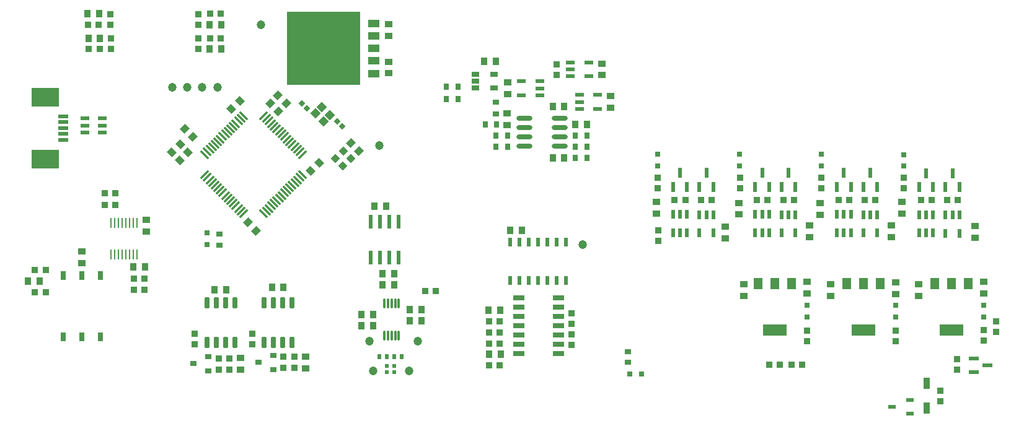
<source format=gtp>
G04*
G04 #@! TF.GenerationSoftware,Altium Limited,Altium Designer,22.0.2 (36)*
G04*
G04 Layer_Color=8421504*
%FSLAX25Y25*%
%MOIN*%
G70*
G04*
G04 #@! TF.SameCoordinates,341058C5-BC88-46A7-A5D1-CF329328C8C1*
G04*
G04*
G04 #@! TF.FilePolarity,Positive*
G04*
G01*
G75*
%ADD21R,0.03740X0.03740*%
%ADD22R,0.03740X0.03740*%
%ADD23R,0.04724X0.02362*%
%ADD24R,0.14961X0.09843*%
%ADD25R,0.05512X0.01968*%
%ADD26R,0.02362X0.02756*%
G04:AMPARAMS|DCode=27|XSize=39.37mil|YSize=37.4mil|CornerRadius=0mil|HoleSize=0mil|Usage=FLASHONLY|Rotation=225.000|XOffset=0mil|YOffset=0mil|HoleType=Round|Shape=Rectangle|*
%AMROTATEDRECTD27*
4,1,4,0.00070,0.02714,0.02714,0.00070,-0.00070,-0.02714,-0.02714,-0.00070,0.00070,0.02714,0.0*
%
%ADD27ROTATEDRECTD27*%

%ADD28C,0.04724*%
%ADD29R,0.04921X0.02362*%
%ADD30R,0.04724X0.02362*%
%ADD31O,0.08661X0.02362*%
G04:AMPARAMS|DCode=32|XSize=43.31mil|YSize=23.62mil|CornerRadius=2.01mil|HoleSize=0mil|Usage=FLASHONLY|Rotation=0.000|XOffset=0mil|YOffset=0mil|HoleType=Round|Shape=RoundedRectangle|*
%AMROUNDEDRECTD32*
21,1,0.04331,0.01961,0,0,0.0*
21,1,0.03929,0.02362,0,0,0.0*
1,1,0.00402,0.01965,-0.00980*
1,1,0.00402,-0.01965,-0.00980*
1,1,0.00402,-0.01965,0.00980*
1,1,0.00402,0.01965,0.00980*
%
%ADD32ROUNDEDRECTD32*%
%ADD33R,0.03150X0.03740*%
%ADD34R,0.03740X0.03150*%
%ADD35R,0.03740X0.03937*%
%ADD36R,0.03937X0.03740*%
%ADD37R,0.05906X0.04213*%
%ADD38R,0.39370X0.39370*%
%ADD39R,0.02362X0.04724*%
%ADD40P,0.05289X4X270.0*%
%ADD41O,0.01181X0.05709*%
%ADD42R,0.01100X0.05500*%
%ADD43P,0.05568X4X180.0*%
G04:AMPARAMS|DCode=44|XSize=23.62mil|YSize=27.56mil|CornerRadius=0mil|HoleSize=0mil|Usage=FLASHONLY|Rotation=135.000|XOffset=0mil|YOffset=0mil|HoleType=Round|Shape=Rectangle|*
%AMROTATEDRECTD44*
4,1,4,0.01810,0.00139,-0.00139,-0.01810,-0.01810,-0.00139,0.00139,0.01810,0.01810,0.00139,0.0*
%
%ADD44ROTATEDRECTD44*%

G04:AMPARAMS|DCode=45|XSize=39.37mil|YSize=37.4mil|CornerRadius=0mil|HoleSize=0mil|Usage=FLASHONLY|Rotation=135.000|XOffset=0mil|YOffset=0mil|HoleType=Round|Shape=Rectangle|*
%AMROTATEDRECTD45*
4,1,4,0.02714,-0.00070,0.00070,-0.02714,-0.02714,0.00070,-0.00070,0.02714,0.02714,-0.00070,0.0*
%
%ADD45ROTATEDRECTD45*%

%ADD46R,0.02953X0.03150*%
%ADD47R,0.03543X0.02756*%
G04:AMPARAMS|DCode=48|XSize=23.62mil|YSize=57.09mil|CornerRadius=2.01mil|HoleSize=0mil|Usage=FLASHONLY|Rotation=0.000|XOffset=0mil|YOffset=0mil|HoleType=Round|Shape=RoundedRectangle|*
%AMROUNDEDRECTD48*
21,1,0.02362,0.05307,0,0,0.0*
21,1,0.01961,0.05709,0,0,0.0*
1,1,0.00402,0.00980,-0.02653*
1,1,0.00402,-0.00980,-0.02653*
1,1,0.00402,-0.00980,0.02653*
1,1,0.00402,0.00980,0.02653*
%
%ADD48ROUNDEDRECTD48*%
%ADD49R,0.03543X0.03150*%
G04:AMPARAMS|DCode=50|XSize=59.06mil|YSize=11.81mil|CornerRadius=0mil|HoleSize=0mil|Usage=FLASHONLY|Rotation=135.000|XOffset=0mil|YOffset=0mil|HoleType=Round|Shape=Rectangle|*
%AMROTATEDRECTD50*
4,1,4,0.02506,-0.01670,0.01670,-0.02506,-0.02506,0.01670,-0.01670,0.02506,0.02506,-0.01670,0.0*
%
%ADD50ROTATEDRECTD50*%

G04:AMPARAMS|DCode=51|XSize=59.06mil|YSize=11.81mil|CornerRadius=0mil|HoleSize=0mil|Usage=FLASHONLY|Rotation=45.000|XOffset=0mil|YOffset=0mil|HoleType=Round|Shape=Rectangle|*
%AMROTATEDRECTD51*
4,1,4,-0.01670,-0.02506,-0.02506,-0.01670,0.01670,0.02506,0.02506,0.01670,-0.01670,-0.02506,0.0*
%
%ADD51ROTATEDRECTD51*%

%ADD52R,0.02992X0.05000*%
%ADD53R,0.12992X0.06299*%
%ADD54R,0.04724X0.06299*%
%ADD55R,0.03150X0.02953*%
%ADD56R,0.02100X0.07800*%
%ADD57R,0.02165X0.02165*%
G04:AMPARAMS|DCode=58|XSize=21.65mil|YSize=49.21mil|CornerRadius=1.95mil|HoleSize=0mil|Usage=FLASHONLY|Rotation=180.000|XOffset=0mil|YOffset=0mil|HoleType=Round|Shape=RoundedRectangle|*
%AMROUNDEDRECTD58*
21,1,0.02165,0.04532,0,0,180.0*
21,1,0.01776,0.04921,0,0,180.0*
1,1,0.00390,-0.00888,0.02266*
1,1,0.00390,0.00888,0.02266*
1,1,0.00390,0.00888,-0.02266*
1,1,0.00390,-0.00888,-0.02266*
%
%ADD58ROUNDEDRECTD58*%
%ADD59R,0.06004X0.02559*%
%ADD60R,0.05512X0.02362*%
%ADD61R,0.02362X0.04921*%
%ADD62R,0.02362X0.05512*%
%ADD63R,0.03937X0.02362*%
%ADD64R,0.03347X0.06299*%
D21*
X431791Y137008D02*
D03*
Y142717D02*
D03*
X343799Y136909D02*
D03*
Y142618D02*
D03*
X476083Y136909D02*
D03*
Y142618D02*
D03*
X387992Y137008D02*
D03*
Y142717D02*
D03*
X495965Y22343D02*
D03*
Y28051D02*
D03*
X525787Y65256D02*
D03*
Y59547D02*
D03*
X504921Y45030D02*
D03*
Y39321D02*
D03*
X344193Y114272D02*
D03*
Y108563D02*
D03*
X289370Y203642D02*
D03*
Y197933D02*
D03*
X49850Y217616D02*
D03*
Y211907D02*
D03*
X49456Y224899D02*
D03*
Y230608D02*
D03*
X96850Y217616D02*
D03*
Y211907D02*
D03*
Y224899D02*
D03*
Y230608D02*
D03*
X94882Y58465D02*
D03*
Y52756D02*
D03*
X125886Y58465D02*
D03*
Y52756D02*
D03*
X471752Y54626D02*
D03*
Y60335D02*
D03*
X424114Y54626D02*
D03*
Y60335D02*
D03*
X519095Y54823D02*
D03*
Y60532D02*
D03*
X297539Y63875D02*
D03*
Y69584D02*
D03*
Y52458D02*
D03*
Y58166D02*
D03*
D22*
X403642Y42028D02*
D03*
X409350D02*
D03*
X415650D02*
D03*
X421358D02*
D03*
X8957Y92913D02*
D03*
X14665D02*
D03*
X113484Y39272D02*
D03*
X107775D02*
D03*
X113484Y45374D02*
D03*
X107775D02*
D03*
X224410Y81693D02*
D03*
X218701D02*
D03*
X46457Y128051D02*
D03*
X52165D02*
D03*
X142618Y46161D02*
D03*
X148327D02*
D03*
X142618Y40059D02*
D03*
X148327Y40059D02*
D03*
X62008Y88287D02*
D03*
X67716D02*
D03*
Y82185D02*
D03*
X62008D02*
D03*
X14665Y80905D02*
D03*
X8957D02*
D03*
X52165Y134153D02*
D03*
X46457D02*
D03*
X103005Y230903D02*
D03*
X108713D02*
D03*
X43255Y224801D02*
D03*
X37547D02*
D03*
X43649Y211809D02*
D03*
X37940D02*
D03*
X103005Y217714D02*
D03*
X108713D02*
D03*
X455217Y130709D02*
D03*
X460925D02*
D03*
X367126Y130709D02*
D03*
X372835D02*
D03*
X499508Y130610D02*
D03*
X505217D02*
D03*
X411319Y130704D02*
D03*
X417028D02*
D03*
X441043Y130709D02*
D03*
X446752D02*
D03*
X352953Y130709D02*
D03*
X358661D02*
D03*
X485335Y130610D02*
D03*
X491043D02*
D03*
X397146Y130704D02*
D03*
X402854D02*
D03*
X253150Y59249D02*
D03*
X258858D02*
D03*
X253150Y53344D02*
D03*
X258858D02*
D03*
X253150Y65155D02*
D03*
X258858D02*
D03*
X253150Y41532D02*
D03*
X258858D02*
D03*
D23*
X44980Y174409D02*
D03*
X35925D02*
D03*
Y170669D02*
D03*
X35925Y166929D02*
D03*
X44980Y170669D02*
D03*
Y166929D02*
D03*
D24*
X14569Y185775D02*
D03*
Y152704D02*
D03*
D25*
X24018Y162940D02*
D03*
Y166090D02*
D03*
Y169239D02*
D03*
Y172389D02*
D03*
Y175539D02*
D03*
D26*
X198130Y46063D02*
D03*
X194193D02*
D03*
X202067D02*
D03*
X206004D02*
D03*
D27*
X127756Y113976D02*
D03*
X123302Y118431D02*
D03*
X89370Y168969D02*
D03*
X93824Y164515D02*
D03*
X183293Y156865D02*
D03*
X178839Y161319D02*
D03*
X144065Y182433D02*
D03*
X139611Y186887D02*
D03*
X139820Y178188D02*
D03*
X135366Y182642D02*
D03*
D28*
X130610Y225000D02*
D03*
X107087Y191240D02*
D03*
X82677D02*
D03*
X90814D02*
D03*
X98950D02*
D03*
X193996Y159941D02*
D03*
X188681Y54429D02*
D03*
X210039Y38681D02*
D03*
X190847D02*
D03*
X214862Y54429D02*
D03*
X303445Y106595D02*
D03*
D29*
X301771Y187106D02*
D03*
Y183366D02*
D03*
Y179626D02*
D03*
X311614D02*
D03*
Y187106D02*
D03*
D30*
X296949Y204626D02*
D03*
Y200886D02*
D03*
Y197146D02*
D03*
X306791D02*
D03*
Y204626D02*
D03*
X280315Y186909D02*
D03*
Y190650D02*
D03*
Y194390D02*
D03*
X270472D02*
D03*
Y186909D02*
D03*
D31*
X291043Y159528D02*
D03*
Y164528D02*
D03*
Y169528D02*
D03*
Y174528D02*
D03*
X272145Y159528D02*
D03*
Y164528D02*
D03*
Y169528D02*
D03*
Y174528D02*
D03*
D32*
X255906Y198228D02*
D03*
Y190748D02*
D03*
X245669D02*
D03*
Y194488D02*
D03*
Y198228D02*
D03*
D33*
X305709Y153150D02*
D03*
X299409D02*
D03*
X299409Y159153D02*
D03*
X305709D02*
D03*
X305709Y165157D02*
D03*
X299409D02*
D03*
X256890D02*
D03*
X263189D02*
D03*
X230118Y185039D02*
D03*
X236417D02*
D03*
X230118Y191437D02*
D03*
X236417D02*
D03*
X263189Y159153D02*
D03*
X256890D02*
D03*
X257283Y171161D02*
D03*
X250984D02*
D03*
D34*
X256791Y183071D02*
D03*
Y176772D02*
D03*
D35*
X293602Y153150D02*
D03*
X287303D02*
D03*
X299409Y171161D02*
D03*
X305709D02*
D03*
X293602Y180807D02*
D03*
X287302D02*
D03*
X250591Y205118D02*
D03*
X256890D02*
D03*
X190748Y62795D02*
D03*
X184449D02*
D03*
X210531Y65453D02*
D03*
X216831D02*
D03*
X210531Y71457D02*
D03*
X216831D02*
D03*
X197933Y127067D02*
D03*
X191634D02*
D03*
X43944Y217714D02*
D03*
X37645D02*
D03*
X43550Y230903D02*
D03*
X37251D02*
D03*
X102709Y211809D02*
D03*
X109009Y211809D02*
D03*
X102709Y224801D02*
D03*
X109009Y224801D02*
D03*
X111909Y82284D02*
D03*
X105610D02*
D03*
X142618Y83661D02*
D03*
X136319D02*
D03*
X253051Y47441D02*
D03*
X259350D02*
D03*
X61713Y94390D02*
D03*
X68012D02*
D03*
X11417Y86910D02*
D03*
X5118D02*
D03*
X259154Y71161D02*
D03*
X252854D02*
D03*
X195866Y90945D02*
D03*
X202165D02*
D03*
X195866Y84842D02*
D03*
X202165D02*
D03*
X190748Y68799D02*
D03*
X184449D02*
D03*
X270768Y114367D02*
D03*
X264469D02*
D03*
D36*
X318504Y186516D02*
D03*
Y180217D02*
D03*
X263090Y187500D02*
D03*
Y193799D02*
D03*
X313681Y204035D02*
D03*
Y197736D02*
D03*
X262795Y170866D02*
D03*
Y177165D02*
D03*
X199016Y218996D02*
D03*
Y225295D02*
D03*
Y205020D02*
D03*
Y198721D02*
D03*
X425492Y116732D02*
D03*
Y110433D02*
D03*
X469587Y116831D02*
D03*
Y110531D02*
D03*
X34252Y102953D02*
D03*
Y96653D02*
D03*
X119488Y39272D02*
D03*
Y45571D02*
D03*
X154331Y39961D02*
D03*
Y46260D02*
D03*
X68799Y119882D02*
D03*
Y113583D02*
D03*
X471654Y80020D02*
D03*
Y86319D02*
D03*
X436894Y78756D02*
D03*
Y85055D02*
D03*
X424213Y80216D02*
D03*
Y86516D02*
D03*
X390256Y79035D02*
D03*
Y85335D02*
D03*
X518996Y80216D02*
D03*
Y86516D02*
D03*
X484138Y78756D02*
D03*
Y85055D02*
D03*
X431201Y128839D02*
D03*
Y122539D02*
D03*
X343209Y129429D02*
D03*
Y123130D02*
D03*
X475295Y129626D02*
D03*
Y123327D02*
D03*
X387303Y129035D02*
D03*
Y122736D02*
D03*
X380217Y109843D02*
D03*
Y116142D02*
D03*
X514567Y110335D02*
D03*
Y116634D02*
D03*
D37*
X191043Y205394D02*
D03*
Y198622D02*
D03*
Y212165D02*
D03*
X191043Y218937D02*
D03*
Y225709D02*
D03*
D38*
X164272Y212165D02*
D03*
D39*
X352067Y122736D02*
D03*
X355807D02*
D03*
X359547D02*
D03*
Y112894D02*
D03*
X355807D02*
D03*
X352067D02*
D03*
X396260Y122732D02*
D03*
X400000D02*
D03*
X403740D02*
D03*
Y112889D02*
D03*
X400000D02*
D03*
X396260D02*
D03*
X484449Y122638D02*
D03*
X488189D02*
D03*
X491929D02*
D03*
Y112795D02*
D03*
X488189D02*
D03*
X484449D02*
D03*
X440158Y122736D02*
D03*
X443898D02*
D03*
X447638D02*
D03*
Y112894D02*
D03*
X443898D02*
D03*
X440158D02*
D03*
D40*
X174453Y148775D02*
D03*
X170417Y152812D02*
D03*
X178692Y153001D02*
D03*
X174655Y157038D02*
D03*
D41*
X204626Y74902D02*
D03*
X202658D02*
D03*
X200689D02*
D03*
X198721D02*
D03*
X196752D02*
D03*
X204626Y57579D02*
D03*
X202658D02*
D03*
X200689D02*
D03*
X198721D02*
D03*
X196752D02*
D03*
D42*
X49896Y101144D02*
D03*
X51866D02*
D03*
X53836D02*
D03*
X55806D02*
D03*
X57776D02*
D03*
X59746D02*
D03*
X61716D02*
D03*
X63686D02*
D03*
Y118344D02*
D03*
X61716D02*
D03*
X59746D02*
D03*
X57776D02*
D03*
X55806D02*
D03*
X53836D02*
D03*
X51866D02*
D03*
X49896D02*
D03*
D43*
X167520Y176378D02*
D03*
X164040Y172898D02*
D03*
X163205Y180693D02*
D03*
X159725Y177213D02*
D03*
D44*
X155146Y179893D02*
D03*
X152362Y182677D02*
D03*
X174114Y170177D02*
D03*
X171330Y172961D02*
D03*
D45*
X86976Y160617D02*
D03*
X82522Y156163D02*
D03*
X91221Y156372D02*
D03*
X86767Y151918D02*
D03*
X114626Y179579D02*
D03*
X119080Y184034D02*
D03*
X157289Y146242D02*
D03*
X161743Y150697D02*
D03*
D46*
X101378Y112894D02*
D03*
X101378Y106595D02*
D03*
X471850Y67619D02*
D03*
Y73918D02*
D03*
X424213Y73917D02*
D03*
Y67618D02*
D03*
X519095Y67618D02*
D03*
Y73917D02*
D03*
X387894Y148814D02*
D03*
Y155114D02*
D03*
X476083Y148721D02*
D03*
Y155020D02*
D03*
X343701Y148819D02*
D03*
Y155118D02*
D03*
X431791Y148819D02*
D03*
Y155118D02*
D03*
D47*
X107972Y106201D02*
D03*
Y112106D02*
D03*
X327756Y49016D02*
D03*
Y43110D02*
D03*
D48*
X101358Y53839D02*
D03*
X106358D02*
D03*
X111358D02*
D03*
X116358D02*
D03*
X101358Y75295D02*
D03*
X106358D02*
D03*
X111358D02*
D03*
X116358D02*
D03*
X132264Y53839D02*
D03*
X137264D02*
D03*
X142264D02*
D03*
X147264D02*
D03*
X132264Y75295D02*
D03*
X137264D02*
D03*
X142264D02*
D03*
X147264D02*
D03*
D49*
X94291Y42421D02*
D03*
X102165Y46161D02*
D03*
Y38681D02*
D03*
X137008Y39370D02*
D03*
Y46850D02*
D03*
X129134Y43110D02*
D03*
D50*
X152831Y144146D02*
D03*
X151439Y142754D02*
D03*
X150047Y141362D02*
D03*
X148655Y139970D02*
D03*
X147263Y138578D02*
D03*
X145871Y137186D02*
D03*
X144479Y135794D02*
D03*
X143087Y134403D02*
D03*
X141695Y133011D02*
D03*
X140304Y131619D02*
D03*
X138912Y130227D02*
D03*
X137520Y128835D02*
D03*
X136128Y127443D02*
D03*
X134736Y126051D02*
D03*
X133344Y124659D02*
D03*
X131952Y123267D02*
D03*
X100216Y155003D02*
D03*
X101608Y156395D02*
D03*
X102999Y157787D02*
D03*
X104391Y159179D02*
D03*
X105783Y160571D02*
D03*
X107175Y161963D02*
D03*
X108567Y163355D02*
D03*
X109959Y164747D02*
D03*
X111351Y166139D02*
D03*
X112743Y167531D02*
D03*
X114135Y168923D02*
D03*
X115527Y170315D02*
D03*
X116919Y171707D02*
D03*
X118311Y173099D02*
D03*
X119703Y174490D02*
D03*
X121095Y175882D02*
D03*
D51*
Y123267D02*
D03*
X119703Y124659D02*
D03*
X118311Y126051D02*
D03*
X116919Y127443D02*
D03*
X115527Y128835D02*
D03*
X114135Y130227D02*
D03*
X112743Y131619D02*
D03*
X111351Y133011D02*
D03*
X109959Y134403D02*
D03*
X108567Y135794D02*
D03*
X107175Y137186D02*
D03*
X105783Y138578D02*
D03*
X104391Y139970D02*
D03*
X102999Y141362D02*
D03*
X101608Y142754D02*
D03*
X100216Y144146D02*
D03*
X131952Y175882D02*
D03*
X133344Y174490D02*
D03*
X134736Y173099D02*
D03*
X136128Y171707D02*
D03*
X137520Y170315D02*
D03*
X138912Y168923D02*
D03*
X140304Y167531D02*
D03*
X141695Y166139D02*
D03*
X143087Y164747D02*
D03*
X144479Y163355D02*
D03*
X145871Y161963D02*
D03*
X147263Y160571D02*
D03*
X148655Y159179D02*
D03*
X150047Y157787D02*
D03*
X151439Y156395D02*
D03*
X152831Y155003D02*
D03*
D52*
X24252Y56890D02*
D03*
X34252D02*
D03*
X44252D02*
D03*
X24252Y89882D02*
D03*
X34252D02*
D03*
X44252D02*
D03*
D53*
X454528Y60433D02*
D03*
X406890D02*
D03*
X501772D02*
D03*
D54*
X454528Y85630D02*
D03*
X445472D02*
D03*
X463583D02*
D03*
X415945D02*
D03*
X397835D02*
D03*
X406890D02*
D03*
X501772D02*
D03*
X492717D02*
D03*
X510827D02*
D03*
D55*
X328839Y36811D02*
D03*
X335138D02*
D03*
D56*
X204449Y99454D02*
D03*
X199449D02*
D03*
X194449D02*
D03*
X189449D02*
D03*
Y118853D02*
D03*
X194449D02*
D03*
X199449D02*
D03*
X204449D02*
D03*
D57*
X202067Y37795D02*
D03*
Y41339D02*
D03*
X198228Y37795D02*
D03*
Y41339D02*
D03*
D58*
X264390Y87202D02*
D03*
X269390D02*
D03*
X274390D02*
D03*
X279390D02*
D03*
X284390D02*
D03*
X289390D02*
D03*
X294390D02*
D03*
X264390Y107871D02*
D03*
X269390D02*
D03*
X274390D02*
D03*
X279390D02*
D03*
X284390D02*
D03*
X289390D02*
D03*
X294390D02*
D03*
D59*
X290500Y77792D02*
D03*
Y72792D02*
D03*
Y67792D02*
D03*
Y62792D02*
D03*
Y57792D02*
D03*
Y52792D02*
D03*
Y47792D02*
D03*
X269146D02*
D03*
Y52792D02*
D03*
Y57792D02*
D03*
Y62792D02*
D03*
Y67792D02*
D03*
Y72792D02*
D03*
Y77792D02*
D03*
D60*
X513681Y45374D02*
D03*
Y37894D02*
D03*
X521161Y41634D02*
D03*
D61*
X417913Y122633D02*
D03*
X414173D02*
D03*
X410433D02*
D03*
Y112791D02*
D03*
X417913D02*
D03*
X506102Y122539D02*
D03*
X502362D02*
D03*
X498622D02*
D03*
Y112697D02*
D03*
X506102D02*
D03*
X373721Y122638D02*
D03*
X369980D02*
D03*
X366240D02*
D03*
Y112795D02*
D03*
X373721D02*
D03*
X461811Y122638D02*
D03*
X458071D02*
D03*
X454331D02*
D03*
Y112795D02*
D03*
X461811D02*
D03*
D62*
X396260Y137594D02*
D03*
X403740D02*
D03*
X400000Y145074D02*
D03*
X410433Y137594D02*
D03*
X417913D02*
D03*
X414173Y145074D02*
D03*
X366240Y137598D02*
D03*
X373721D02*
D03*
X369980Y145079D02*
D03*
X484449Y137500D02*
D03*
X491929D02*
D03*
X488189Y144980D02*
D03*
X498622Y137500D02*
D03*
X506102D02*
D03*
X502362Y144980D02*
D03*
X352067Y137598D02*
D03*
X359547D02*
D03*
X355807Y145079D02*
D03*
X440158Y137598D02*
D03*
X447638D02*
D03*
X443898Y145079D02*
D03*
X454331Y137598D02*
D03*
X461811D02*
D03*
X458071Y145079D02*
D03*
D63*
X469882Y19291D02*
D03*
X479331Y23051D02*
D03*
Y15531D02*
D03*
D64*
X488386Y31791D02*
D03*
Y18406D02*
D03*
M02*

</source>
